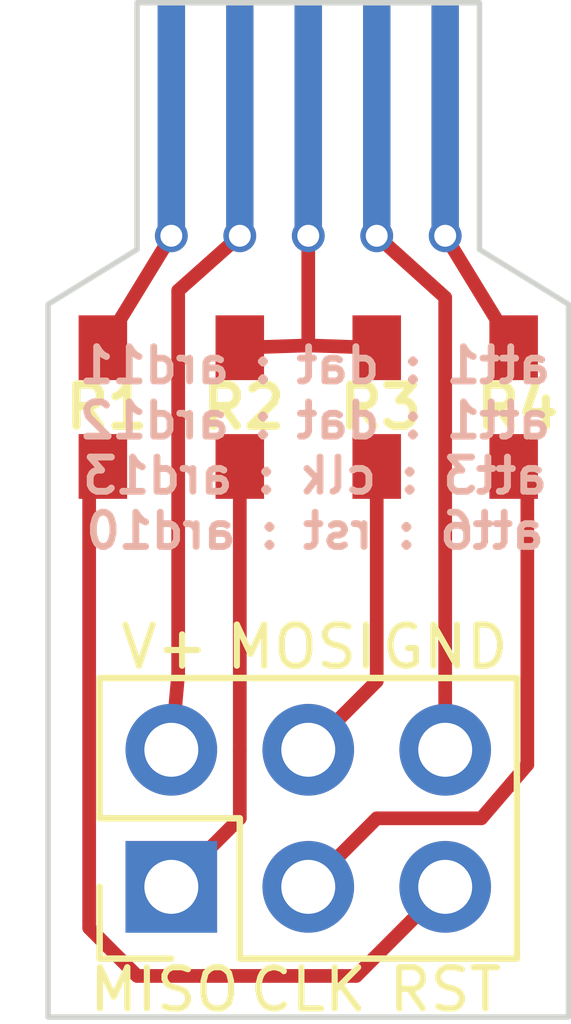
<source format=kicad_pcb>
(kicad_pcb (version 20171130) (host pcbnew "(5.0.1)-3")

  (general
    (thickness 1.6)
    (drawings 16)
    (tracks 48)
    (zones 0)
    (modules 7)
    (nets 10)
  )

  (page USLetter)
  (layers
    (0 F.Cu signal)
    (31 B.Cu signal)
    (36 B.SilkS user)
    (37 F.SilkS user)
    (38 B.Mask user)
    (39 F.Mask user hide)
    (40 Dwgs.User user)
    (41 Cmts.User user)
    (44 Edge.Cuts user)
    (45 Margin user)
    (46 B.CrtYd user)
    (47 F.CrtYd user)
  )

  (setup
    (last_trace_width 0.254)
    (trace_clearance 0.2032)
    (zone_clearance 0.3556)
    (zone_45_only no)
    (trace_min 0.2)
    (segment_width 0.1016)
    (edge_width 0.1016)
    (via_size 0.6096)
    (via_drill 0.4064)
    (via_min_size 0.4)
    (via_min_drill 0.3)
    (uvia_size 0.3048)
    (uvia_drill 0.1016)
    (uvias_allowed no)
    (uvia_min_size 0.2)
    (uvia_min_drill 0.1)
    (pcb_text_width 0.3)
    (pcb_text_size 1.5 1.5)
    (mod_edge_width 0.15)
    (mod_text_size 1 1)
    (mod_text_width 0.15)
    (pad_size 4.318 0.508)
    (pad_drill 0)
    (pad_to_mask_clearance 0.0508)
    (solder_mask_min_width 0.25)
    (aux_axis_origin 0 0)
    (visible_elements 7FEFFF7F)
    (pcbplotparams
      (layerselection 0x010f0_ffffffff)
      (usegerberextensions false)
      (usegerberattributes false)
      (usegerberadvancedattributes false)
      (creategerberjobfile false)
      (excludeedgelayer true)
      (linewidth 0.304800)
      (plotframeref false)
      (viasonmask false)
      (mode 1)
      (useauxorigin false)
      (hpglpennumber 1)
      (hpglpenspeed 20)
      (hpglpendiameter 15.000000)
      (psnegative false)
      (psa4output false)
      (plotreference true)
      (plotvalue true)
      (plotinvisibletext false)
      (padsonsilk false)
      (subtractmaskfromsilk false)
      (outputformat 1)
      (mirror false)
      (drillshape 0)
      (scaleselection 1)
      (outputdirectory "gerbs/"))
  )

  (net 0 "")
  (net 1 /prog_miso)
  (net 2 /pwr)
  (net 3 /prog_clk)
  (net 4 /prog_mosi)
  (net 5 /prog_reset)
  (net 6 /att_reset)
  (net 7 /att_data)
  (net 8 GNDREF)
  (net 9 /att_clk)

  (net_class Default "This is the default net class."
    (clearance 0.2032)
    (trace_width 0.254)
    (via_dia 0.6096)
    (via_drill 0.4064)
    (uvia_dia 0.3048)
    (uvia_drill 0.1016)
    (add_net /att_clk)
    (add_net /att_data)
    (add_net /att_reset)
    (add_net /prog_clk)
    (add_net /prog_miso)
    (add_net /prog_mosi)
    (add_net /prog_reset)
    (add_net /pwr)
    (add_net GNDREF)
  )

  (net_class PWR ""
    (clearance 0.3048)
    (trace_width 0.4064)
    (via_dia 0.6096)
    (via_drill 0.4064)
    (uvia_dia 0.3048)
    (uvia_drill 0.1016)
  )

  (net_class Thick ""
    (clearance 0.3048)
    (trace_width 0.8128)
    (via_dia 0.6096)
    (via_drill 0.4064)
    (uvia_dia 0.3048)
    (uvia_drill 0.1016)
  )

  (module Pin_Headers:Pin_Header_Straight_2x03_Pitch2.54mm (layer F.Cu) (tedit 5BDCBA66) (tstamp 5BE3E3C2)
    (at 99.06 120.015 90)
    (descr "Through hole straight pin header, 2x03, 2.54mm pitch, double rows")
    (tags "Through hole pin header THT 2x03 2.54mm double row")
    (path /5BDCB323)
    (fp_text reference J1 (at 1.27 -2.33 90) (layer F.SilkS) hide
      (effects (font (size 1 1) (thickness 0.15)))
    )
    (fp_text value Conn_02x03_Odd_Even (at 1.27 7.41 90) (layer F.Fab)
      (effects (font (size 1 1) (thickness 0.15)))
    )
    (fp_text user %R (at 1.27 -2.33 90) (layer F.Fab)
      (effects (font (size 1 1) (thickness 0.15)))
    )
    (fp_line (start 4.35 -1.8) (end -1.8 -1.8) (layer F.CrtYd) (width 0.05))
    (fp_line (start 4.35 6.85) (end 4.35 -1.8) (layer F.CrtYd) (width 0.05))
    (fp_line (start -1.8 6.85) (end 4.35 6.85) (layer F.CrtYd) (width 0.05))
    (fp_line (start -1.8 -1.8) (end -1.8 6.85) (layer F.CrtYd) (width 0.05))
    (fp_line (start -1.33 -1.33) (end 0 -1.33) (layer F.SilkS) (width 0.12))
    (fp_line (start -1.33 0) (end -1.33 -1.33) (layer F.SilkS) (width 0.12))
    (fp_line (start 1.27 1.27) (end -1.33 1.27) (layer F.SilkS) (width 0.12))
    (fp_line (start 1.27 -1.33) (end 1.27 1.27) (layer F.SilkS) (width 0.12))
    (fp_line (start 3.87 -1.33) (end 1.27 -1.33) (layer F.SilkS) (width 0.12))
    (fp_line (start 3.87 6.41) (end 3.87 -1.33) (layer F.SilkS) (width 0.12))
    (fp_line (start -1.33 6.41) (end 3.87 6.41) (layer F.SilkS) (width 0.12))
    (fp_line (start -1.33 1.27) (end -1.33 6.41) (layer F.SilkS) (width 0.12))
    (fp_line (start 3.81 -1.27) (end -1.27 -1.27) (layer F.Fab) (width 0.1))
    (fp_line (start 3.81 6.35) (end 3.81 -1.27) (layer F.Fab) (width 0.1))
    (fp_line (start -1.27 6.35) (end 3.81 6.35) (layer F.Fab) (width 0.1))
    (fp_line (start -1.27 -1.27) (end -1.27 6.35) (layer F.Fab) (width 0.1))
    (pad 6 thru_hole oval (at 2.54 5.08 90) (size 1.7 1.7) (drill 1) (layers *.Cu *.Mask)
      (net 8 GNDREF))
    (pad 5 thru_hole oval (at 0 5.08 90) (size 1.7 1.7) (drill 1) (layers *.Cu *.Mask)
      (net 5 /prog_reset))
    (pad 4 thru_hole oval (at 2.54 2.54 90) (size 1.7 1.7) (drill 1) (layers *.Cu *.Mask)
      (net 4 /prog_mosi))
    (pad 3 thru_hole oval (at 0 2.54 90) (size 1.7 1.7) (drill 1) (layers *.Cu *.Mask)
      (net 3 /prog_clk))
    (pad 2 thru_hole oval (at 2.54 0 90) (size 1.7 1.7) (drill 1) (layers *.Cu *.Mask)
      (net 2 /pwr))
    (pad 1 thru_hole rect (at 0 0 90) (size 1.7 1.7) (drill 1) (layers *.Cu *.Mask)
      (net 1 /prog_miso))
    (model ${KISYS3DMOD}/Pin_Headers.3dshapes/Pin_Header_Straight_2x03_Pitch2.54mm.wrl
      (offset (xyz 1.269999980926514 -2.539999961853027 0))
      (scale (xyz 1 1 1))
      (rotate (xyz 0 0 90))
    )
  )

  (module SMOL_footprints:edgeconn (layer F.Cu) (tedit 5BF0D4CA) (tstamp 5BE3F0D8)
    (at 99.06 106.299 90)
    (descr "Through hole straight pin header, 1x06, 2.00mm pitch, single row")
    (tags "Through hole pin header THT 1x06 2.00mm single row")
    (path /5BDCB495)
    (fp_text reference J2 (at 0 -2.06 90) (layer F.SilkS) hide
      (effects (font (size 1 1) (thickness 0.15)))
    )
    (fp_text value Conn_01x05 (at 0.127 6.35 90) (layer F.Fab)
      (effects (font (size 1 1) (thickness 0.15)))
    )
    (fp_line (start -1.5 -0.611) (end -1.5 5.658) (layer F.CrtYd) (width 0.05))
    (fp_line (start -1.5 5.658) (end 1.5 5.658) (layer F.CrtYd) (width 0.05))
    (fp_line (start 1.5 5.658) (end 1.5 -0.611) (layer F.CrtYd) (width 0.05))
    (fp_line (start 1.5 -0.611) (end -1.5 -0.611) (layer F.CrtYd) (width 0.05))
    (fp_text user %R (at 0 -2.06 90) (layer F.Fab)
      (effects (font (size 1 1) (thickness 0.15)))
    )
    (pad 1 smd rect (at 0.508 0 90) (size 4.318 0.508) (layers F.Cu F.Paste F.Mask)
      (net 6 /att_reset))
    (pad 2 smd rect (at 0.508 1.27 90) (size 4.318 0.508) (layers F.Cu F.Paste F.Mask)
      (net 2 /pwr))
    (pad 3 smd rect (at 0.508 2.54 90) (size 4.318 0.508) (layers F.Cu F.Paste F.Mask)
      (net 7 /att_data))
    (pad 4 smd rect (at 0.508 3.81 90) (size 4.318 0.508) (layers F.Cu F.Paste F.Mask)
      (net 8 GNDREF))
    (pad 5 smd rect (at 0.508 5.08 90) (size 4.318 0.508) (layers F.Cu F.Paste F.Mask)
      (net 9 /att_clk))
    (model ${KISYS3DMOD}/Pin_Headers.3dshapes/Pin_Header_Straight_1x06_Pitch2.00mm.wrl
      (at (xyz 0 0 0))
      (scale (xyz 1 1 1))
      (rotate (xyz 0 0 0))
    )
  )

  (module SMOL_footprints:edgeconn (layer B.Cu) (tedit 5BF0D4FA) (tstamp 5BE3F0E6)
    (at 99.06 106.299 270)
    (descr "Through hole straight pin header, 1x06, 2.00mm pitch, single row")
    (tags "Through hole pin header THT 1x06 2.00mm single row")
    (path /5BDCB3F8)
    (fp_text reference J3 (at 0 2.06 270) (layer B.SilkS) hide
      (effects (font (size 1 1) (thickness 0.15)) (justify mirror))
    )
    (fp_text value Conn_01x05 (at 0.127 -6.35 270) (layer B.Fab)
      (effects (font (size 1 1) (thickness 0.15)) (justify mirror))
    )
    (fp_text user %R (at 0 2.06 270) (layer B.Fab)
      (effects (font (size 1 1) (thickness 0.15)) (justify mirror))
    )
    (fp_line (start 1.5 0.611) (end -1.5 0.611) (layer B.CrtYd) (width 0.05))
    (fp_line (start 1.5 -5.658) (end 1.5 0.611) (layer B.CrtYd) (width 0.05))
    (fp_line (start -1.5 -5.658) (end 1.5 -5.658) (layer B.CrtYd) (width 0.05))
    (fp_line (start -1.5 0.611) (end -1.5 -5.658) (layer B.CrtYd) (width 0.05))
    (pad 5 smd rect (at -0.508 -5.08 270) (size 4.318 0.508) (layers B.Cu B.Paste B.Mask)
      (net 9 /att_clk))
    (pad 4 smd rect (at -0.508 -3.81 270) (size 4.318 0.508) (layers B.Cu B.Paste B.Mask)
      (net 8 GNDREF))
    (pad 3 smd rect (at -0.508 -2.54 270) (size 4.318 0.508) (layers B.Cu B.Paste B.Mask)
      (net 7 /att_data))
    (pad 2 smd rect (at -0.508 -1.27 270) (size 4.318 0.508) (layers B.Cu B.Paste B.Mask)
      (net 2 /pwr))
    (pad 1 smd rect (at -0.508 0 270) (size 4.318 0.508) (layers B.Cu B.Paste B.Mask)
      (net 6 /att_reset))
    (model ${KISYS3DMOD}/Pin_Headers.3dshapes/Pin_Header_Straight_1x06_Pitch2.00mm.wrl
      (at (xyz 0 0 0))
      (scale (xyz 1 1 1))
      (rotate (xyz 0 0 0))
    )
  )

  (module SMOL_footprints:0603_HandSoldering (layer F.Cu) (tedit 5BD89497) (tstamp 5BE3F0F0)
    (at 97.79 111.125 90)
    (descr "Resistor SMD 0603, hand soldering")
    (tags "resistor 0603")
    (path /5BDCB8DB)
    (attr smd)
    (fp_text reference R1 (at 0 0.071842 -180) (layer F.SilkS)
      (effects (font (size 0.762 0.762) (thickness 0.1524)))
    )
    (fp_text value 2k (at 0.254 0 90) (layer F.SilkS) hide
      (effects (font (size 1.016 1.016) (thickness 0.1524)))
    )
    (fp_line (start -1.96 -0.7) (end 1.950001 -0.7) (layer F.CrtYd) (width 0.05))
    (fp_line (start -1.96 -0.7) (end -1.96 0.7) (layer F.CrtYd) (width 0.05))
    (fp_line (start 1.95 0.7) (end 1.950001 -0.7) (layer F.CrtYd) (width 0.05))
    (fp_line (start 1.95 0.7) (end -1.96 0.7) (layer F.CrtYd) (width 0.05))
    (pad 1 smd rect (at -1.099999 0 90) (size 1.2 0.9) (layers F.Cu F.Mask)
      (net 5 /prog_reset))
    (pad 2 smd rect (at 1.099999 0 90) (size 1.2 0.9) (layers F.Cu F.Mask)
      (net 6 /att_reset))
    (model ${KISYS3DMOD}/Resistors_SMD.3dshapes/R_0603.wrl
      (at (xyz 0 0 0))
      (scale (xyz 1 1 1))
      (rotate (xyz 0 0 0))
    )
  )

  (module SMOL_footprints:0603_HandSoldering (layer F.Cu) (tedit 5BD89497) (tstamp 5BE3F0FA)
    (at 100.33 111.125 90)
    (descr "Resistor SMD 0603, hand soldering")
    (tags "resistor 0603")
    (path /5BDCBA74)
    (attr smd)
    (fp_text reference R2 (at 0 0.071842 -180) (layer F.SilkS)
      (effects (font (size 0.762 0.762) (thickness 0.1524)))
    )
    (fp_text value 2k (at 0.254 0 90) (layer F.SilkS) hide
      (effects (font (size 1.016 1.016) (thickness 0.1524)))
    )
    (fp_line (start 1.95 0.7) (end -1.96 0.7) (layer F.CrtYd) (width 0.05))
    (fp_line (start 1.95 0.7) (end 1.950001 -0.7) (layer F.CrtYd) (width 0.05))
    (fp_line (start -1.96 -0.7) (end -1.96 0.7) (layer F.CrtYd) (width 0.05))
    (fp_line (start -1.96 -0.7) (end 1.950001 -0.7) (layer F.CrtYd) (width 0.05))
    (pad 2 smd rect (at 1.099999 0 90) (size 1.2 0.9) (layers F.Cu F.Mask)
      (net 7 /att_data))
    (pad 1 smd rect (at -1.099999 0 90) (size 1.2 0.9) (layers F.Cu F.Mask)
      (net 1 /prog_miso))
    (model ${KISYS3DMOD}/Resistors_SMD.3dshapes/R_0603.wrl
      (at (xyz 0 0 0))
      (scale (xyz 1 1 1))
      (rotate (xyz 0 0 0))
    )
  )

  (module SMOL_footprints:0603_HandSoldering (layer F.Cu) (tedit 5BD89497) (tstamp 5BE3F104)
    (at 102.87 111.125 90)
    (descr "Resistor SMD 0603, hand soldering")
    (tags "resistor 0603")
    (path /5BDCBA9A)
    (attr smd)
    (fp_text reference R3 (at 0 0.071842 -180) (layer F.SilkS)
      (effects (font (size 0.762 0.762) (thickness 0.1524)))
    )
    (fp_text value 2k (at 0.254 0 90) (layer F.SilkS) hide
      (effects (font (size 1.016 1.016) (thickness 0.1524)))
    )
    (fp_line (start -1.96 -0.7) (end 1.950001 -0.7) (layer F.CrtYd) (width 0.05))
    (fp_line (start -1.96 -0.7) (end -1.96 0.7) (layer F.CrtYd) (width 0.05))
    (fp_line (start 1.95 0.7) (end 1.950001 -0.7) (layer F.CrtYd) (width 0.05))
    (fp_line (start 1.95 0.7) (end -1.96 0.7) (layer F.CrtYd) (width 0.05))
    (pad 1 smd rect (at -1.099999 0 90) (size 1.2 0.9) (layers F.Cu F.Mask)
      (net 4 /prog_mosi))
    (pad 2 smd rect (at 1.099999 0 90) (size 1.2 0.9) (layers F.Cu F.Mask)
      (net 7 /att_data))
    (model ${KISYS3DMOD}/Resistors_SMD.3dshapes/R_0603.wrl
      (at (xyz 0 0 0))
      (scale (xyz 1 1 1))
      (rotate (xyz 0 0 0))
    )
  )

  (module SMOL_footprints:0603_HandSoldering (layer F.Cu) (tedit 5BD89497) (tstamp 5BE3F10E)
    (at 105.41 111.125 90)
    (descr "Resistor SMD 0603, hand soldering")
    (tags "resistor 0603")
    (path /5BDCBAC2)
    (attr smd)
    (fp_text reference R4 (at 0 0.071842 -180) (layer F.SilkS)
      (effects (font (size 0.762 0.762) (thickness 0.1524)))
    )
    (fp_text value 2k (at 0.254 0 90) (layer F.SilkS) hide
      (effects (font (size 1.016 1.016) (thickness 0.1524)))
    )
    (fp_line (start 1.95 0.7) (end -1.96 0.7) (layer F.CrtYd) (width 0.05))
    (fp_line (start 1.95 0.7) (end 1.950001 -0.7) (layer F.CrtYd) (width 0.05))
    (fp_line (start -1.96 -0.7) (end -1.96 0.7) (layer F.CrtYd) (width 0.05))
    (fp_line (start -1.96 -0.7) (end 1.950001 -0.7) (layer F.CrtYd) (width 0.05))
    (pad 2 smd rect (at 1.099999 0 90) (size 1.2 0.9) (layers F.Cu F.Mask)
      (net 9 /att_clk))
    (pad 1 smd rect (at -1.099999 0 90) (size 1.2 0.9) (layers F.Cu F.Mask)
      (net 3 /prog_clk))
    (model ${KISYS3DMOD}/Resistors_SMD.3dshapes/R_0603.wrl
      (at (xyz 0 0 0))
      (scale (xyz 1 1 1))
      (rotate (xyz 0 0 0))
    )
  )

  (gr_line (start 106.426 109.22) (end 104.775 108.204) (angle 90) (layer Edge.Cuts) (width 0.1016))
  (gr_line (start 98.425 108.204) (end 96.774 109.22) (angle 90) (layer Edge.Cuts) (width 0.1016))
  (gr_line (start 98.425 103.632) (end 98.425 108.204) (angle 90) (layer Edge.Cuts) (width 0.1016))
  (gr_line (start 104.775 103.632) (end 98.425 103.632) (angle 90) (layer Edge.Cuts) (width 0.1016))
  (gr_line (start 104.775 108.204) (end 104.775 103.632) (angle 90) (layer Edge.Cuts) (width 0.1016))
  (gr_line (start 96.774 122.428) (end 96.774 109.22) (angle 90) (layer Edge.Cuts) (width 0.1016))
  (gr_line (start 106.426 122.428) (end 106.426 109.22) (angle 90) (layer Edge.Cuts) (width 0.1016))
  (gr_line (start 106.172 122.428) (end 106.426 122.428) (angle 90) (layer Edge.Cuts) (width 0.1016))
  (gr_line (start 96.774 122.428) (end 106.172 122.428) (angle 90) (layer Edge.Cuts) (width 0.1016))
  (gr_text GND (at 104.14 115.57) (layer F.SilkS) (tstamp 5BE42773)
    (effects (font (size 0.762 0.762) (thickness 0.1143)))
  )
  (gr_text MOSI (at 101.473 115.57) (layer F.SilkS) (tstamp 5BE42771)
    (effects (font (size 0.762 0.762) (thickness 0.1143)))
  )
  (gr_text V+ (at 98.933 115.57) (layer F.SilkS) (tstamp 5BE4276F)
    (effects (font (size 0.762 0.762) (thickness 0.1143)))
  )
  (gr_text "att1 : dat : ard11\natt1 : dat : ard12\natt3 : clk : ard13\natt6 : rst : ard10" (at 101.727 111.887) (layer B.SilkS) (tstamp 5BE4258A)
    (effects (font (size 0.635 0.635) (thickness 0.127)) (justify mirror))
  )
  (gr_text RST (at 104.14 121.92) (layer F.SilkS) (tstamp 5BE3FB33)
    (effects (font (size 0.762 0.762) (thickness 0.1143)))
  )
  (gr_text CLK (at 101.6 121.92) (layer F.SilkS) (tstamp 5BE3FB2E)
    (effects (font (size 0.762 0.762) (thickness 0.1143)))
  )
  (gr_text MISO (at 98.933 121.92) (layer F.SilkS) (tstamp 5BE3FB45)
    (effects (font (size 0.762 0.762) (thickness 0.1143)))
  )

  (segment (start 100.33 112.224999) (end 100.33 117.475) (width 0.254) (layer F.Cu) (net 1) (status 400000))
  (segment (start 100.33 118.745) (end 99.06 120.015) (width 0.254) (layer F.Cu) (net 1) (tstamp 5BE4253D) (status 800000))
  (segment (start 100.33 117.475) (end 100.33 118.745) (width 0.254) (layer F.Cu) (net 1) (tstamp 5BE4253B))
  (segment (start 99.06 117.475) (end 99.187 116.078) (width 0.254) (layer F.Cu) (net 2) (tstamp 5BE42521))
  (segment (start 99.187 108.966) (end 100.33 107.95) (width 0.254) (layer F.Cu) (net 2) (status 800000))
  (segment (start 99.187 108.966) (end 99.187 116.078) (width 0.254) (layer F.Cu) (net 2) (tstamp 5BE42520))
  (segment (start 100.33 106.299) (end 100.33 107.95) (width 0.254) (layer B.Cu) (net 2) (status C00000))
  (segment (start 100.33 107.95) (end 100.33 106.299) (width 0.254) (layer F.Cu) (net 2) (tstamp 5BE42569) (status C00000))
  (via (at 100.33 107.95) (size 0.6096) (drill 0.4064) (layers F.Cu B.Cu) (net 2) (status C00000))
  (segment (start 100.33 107.95) (end 100.33 106.299) (width 0.254) (layer F.Cu) (net 2) (tstamp 5BF0D2F1) (status C00000))
  (segment (start 101.6 120.015) (end 102.87 118.745) (width 0.254) (layer F.Cu) (net 3) (tstamp 5BE42546) (status 400000))
  (segment (start 104.811285 118.745) (end 105.664 117.750166) (width 0.254) (layer F.Cu) (net 3))
  (segment (start 105.664 117.750166) (end 105.664 112.903) (width 0.254) (layer F.Cu) (net 3))
  (segment (start 104.811285 118.745) (end 102.87 118.745) (width 0.254) (layer F.Cu) (net 3) (tstamp 5BE42545))
  (segment (start 105.41 112.224999) (end 105.664 112.776) (width 0.254) (layer F.Cu) (net 3) (status C00000))
  (segment (start 105.664 112.776) (end 105.664 112.903) (width 0.254) (layer F.Cu) (net 3) (tstamp 5BF0D47A) (status 400000))
  (segment (start 102.87 112.224999) (end 102.87 116.205) (width 0.254) (layer F.Cu) (net 4) (status 400000))
  (segment (start 102.87 116.205) (end 101.6 117.475) (width 0.254) (layer F.Cu) (net 4) (tstamp 5BE42540) (status 800000))
  (segment (start 102.489 121.666) (end 104.14 120.015) (width 0.254) (layer F.Cu) (net 5) (tstamp 5BE4255F) (status 800000))
  (segment (start 98.425 121.666) (end 102.489 121.666) (width 0.254) (layer F.Cu) (net 5) (tstamp 5BE4255E))
  (segment (start 97.536 120.777) (end 98.425 121.666) (width 0.254) (layer F.Cu) (net 5) (tstamp 5BE4255D))
  (segment (start 97.536 120.65) (end 97.536 120.777) (width 0.254) (layer F.Cu) (net 5) (tstamp 5BE4255C))
  (segment (start 97.536 112.776) (end 97.536 120.65) (width 0.254) (layer F.Cu) (net 5) (tstamp 5BE4255B))
  (segment (start 97.536 112.776) (end 97.79 112.224999) (width 0.254) (layer F.Cu) (net 5) (tstamp 5BF0D479) (status C00000))
  (segment (start 99.06 106.299) (end 99.06 107.95) (width 0.254) (layer B.Cu) (net 6) (status C00000))
  (segment (start 99.06 107.95) (end 99.06 106.299) (width 0.254) (layer F.Cu) (net 6) (tstamp 5BE42564) (status C00000))
  (via (at 99.06 107.95) (size 0.6096) (drill 0.4064) (layers F.Cu B.Cu) (net 6) (status C00000))
  (segment (start 99.06 107.95) (end 99.06 106.299) (width 0.254) (layer F.Cu) (net 6) (tstamp 5BF0D2E0) (status C00000))
  (segment (start 97.79 110.025001) (end 99.06 107.95) (width 0.254) (layer F.Cu) (net 6) (status C00000))
  (segment (start 99.06 107.95) (end 99.06 106.299) (width 0.254) (layer F.Cu) (net 6) (tstamp 5BF0D481) (status C00000))
  (segment (start 101.6 106.299) (end 101.6 109.982) (width 0.254) (layer F.Cu) (net 7) (status 400000))
  (segment (start 101.6 109.982) (end 100.33 110.025001) (width 0.254) (layer F.Cu) (net 7) (tstamp 5BE424C3) (status 800000))
  (segment (start 101.6 109.982) (end 102.87 110.025001) (width 0.254) (layer F.Cu) (net 7) (status 800000))
  (segment (start 101.6 106.299) (end 101.6 107.95) (width 0.254) (layer F.Cu) (net 7) (status C00000))
  (segment (start 101.6 107.95) (end 101.6 106.299) (width 0.254) (layer B.Cu) (net 7) (tstamp 5BE4256C) (status C00000))
  (via (at 101.6 107.95) (size 0.6096) (drill 0.4064) (layers F.Cu B.Cu) (net 7) (status C00000))
  (segment (start 104.14 117.475) (end 104.14 114.554) (width 0.254) (layer F.Cu) (net 8) (tstamp 5BE4251C) (status 400000))
  (segment (start 104.14 109.093) (end 102.87 107.95) (width 0.254) (layer F.Cu) (net 8) (status 800000))
  (segment (start 104.14 109.093) (end 104.14 114.554) (width 0.254) (layer F.Cu) (net 8) (tstamp 5BE4251B))
  (segment (start 102.87 106.299) (end 102.87 107.95) (width 0.254) (layer B.Cu) (net 8) (status C00000))
  (segment (start 102.87 107.95) (end 102.87 106.299) (width 0.254) (layer F.Cu) (net 8) (tstamp 5BE4256F) (status C00000))
  (via (at 102.87 107.95) (size 0.6096) (drill 0.4064) (layers F.Cu B.Cu) (net 8) (status C00000))
  (segment (start 102.87 107.95) (end 102.87 106.299) (width 0.254) (layer F.Cu) (net 8) (tstamp 5BF0D2EF) (status C00000))
  (segment (start 104.14 106.299) (end 104.14 107.95) (width 0.254) (layer F.Cu) (net 9) (status C00000))
  (segment (start 104.14 107.95) (end 104.14 106.299) (width 0.254) (layer B.Cu) (net 9) (tstamp 5BE42572) (status C00000))
  (via (at 104.14 107.95) (size 0.6096) (drill 0.4064) (layers F.Cu B.Cu) (net 9) (status C00000))
  (segment (start 105.41 110.025001) (end 104.14 107.95) (width 0.254) (layer F.Cu) (net 9) (status C00000))
  (segment (start 104.14 107.95) (end 104.14 106.299) (width 0.254) (layer F.Cu) (net 9) (tstamp 5BF0D2DD) (status C00000))

)

</source>
